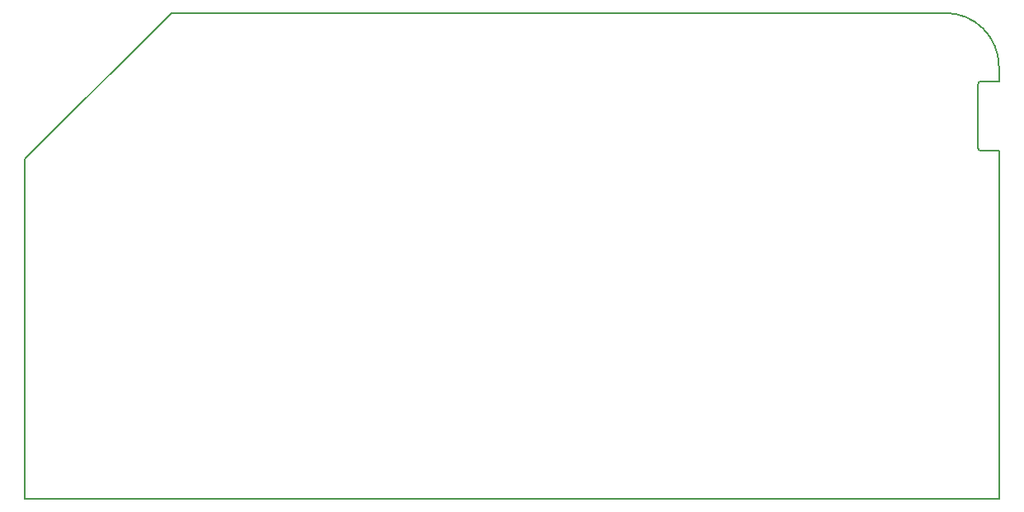
<source format=gbr>
G04 #@! TF.GenerationSoftware,KiCad,Pcbnew,5.1.6*
G04 #@! TF.CreationDate,2020-07-22T22:53:56+01:00*
G04 #@! TF.ProjectId,rc2014-ym2149,72633230-3134-42d7-996d-323134392e6b,5*
G04 #@! TF.SameCoordinates,Original*
G04 #@! TF.FileFunction,Profile,NP*
%FSLAX46Y46*%
G04 Gerber Fmt 4.6, Leading zero omitted, Abs format (unit mm)*
G04 Created by KiCad (PCBNEW 5.1.6) date 2020-07-22 22:53:56*
%MOMM*%
%LPD*%
G01*
G04 APERTURE LIST*
G04 #@! TA.AperFunction,Profile*
%ADD10C,0.150000*%
G04 #@! TD*
G04 APERTURE END LIST*
D10*
X160500000Y-121539000D02*
X160500000Y-120000000D01*
X158369000Y-121793000D02*
X158369000Y-128397000D01*
X158369000Y-121793000D02*
G75*
G02*
X158623000Y-121539000I254000J0D01*
G01*
X158623000Y-128651000D02*
G75*
G02*
X158369000Y-128397000I0J254000D01*
G01*
X160500000Y-121539000D02*
X158623000Y-121539000D01*
X160500000Y-128651000D02*
X158623000Y-128651000D01*
X160500000Y-120000000D02*
G75*
G03*
X155000000Y-114500000I-5500000J0D01*
G01*
X60500000Y-129500000D02*
X75500000Y-114500000D01*
X60500000Y-164500000D02*
X160500000Y-164500000D01*
X60500000Y-129500000D02*
X60500000Y-164500000D01*
X155000000Y-114500000D02*
X75500000Y-114500000D01*
X160500000Y-164500000D02*
X160500000Y-128651000D01*
M02*

</source>
